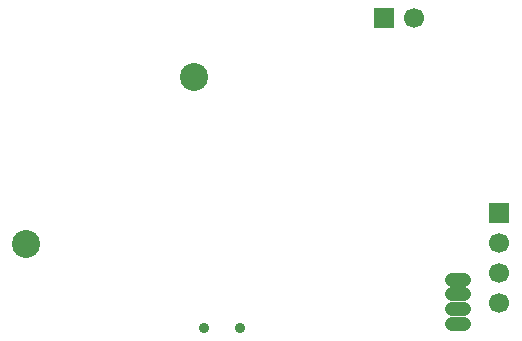
<source format=gbr>
%TF.GenerationSoftware,KiCad,Pcbnew,9.0.4*%
%TF.CreationDate,2025-08-30T15:32:04-04:00*%
%TF.ProjectId,business_card_pcb,62757369-6e65-4737-935f-636172645f70,rev?*%
%TF.SameCoordinates,Original*%
%TF.FileFunction,Soldermask,Bot*%
%TF.FilePolarity,Negative*%
%FSLAX46Y46*%
G04 Gerber Fmt 4.6, Leading zero omitted, Abs format (unit mm)*
G04 Created by KiCad (PCBNEW 9.0.4) date 2025-08-30 15:32:04*
%MOMM*%
%LPD*%
G01*
G04 APERTURE LIST*
%ADD10R,1.700000X1.700000*%
%ADD11C,1.700000*%
%ADD12C,0.900000*%
%ADD13O,2.219200X1.211200*%
%ADD14C,2.379000*%
G04 APERTURE END LIST*
D10*
%TO.C,J1*%
X172000000Y-137880000D03*
D11*
X172000000Y-140420000D03*
X172000000Y-142960000D03*
X172000000Y-145500000D03*
%TD*%
D12*
%TO.C,SW1*%
X147001100Y-147548600D03*
X150001100Y-147548600D03*
%TD*%
D10*
%TO.C,REF\u002A\u002A*%
X162250000Y-121330000D03*
D11*
X164790000Y-121330000D03*
%TD*%
D13*
%TO.C,PROG0*%
X168496000Y-143500000D03*
X168496000Y-144750000D03*
X168496000Y-146000000D03*
X168496000Y-147250000D03*
%TD*%
D14*
%TO.C,BT1*%
X146100000Y-126310000D03*
X131957864Y-140452136D03*
%TD*%
M02*

</source>
